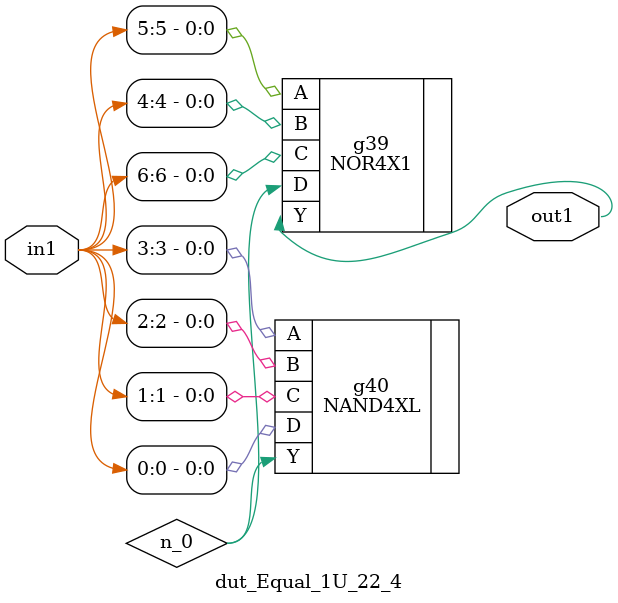
<source format=v>
`timescale 1ps / 1ps


module dut_Equal_1U_22_4(in1, out1);
  input [6:0] in1;
  output out1;
  wire [6:0] in1;
  wire out1;
  wire n_0;
  NOR4X1 g39(.A (in1[5]), .B (in1[4]), .C (in1[6]), .D (n_0), .Y
       (out1));
  NAND4XL g40(.A (in1[3]), .B (in1[2]), .C (in1[1]), .D (in1[0]), .Y
       (n_0));
endmodule



</source>
